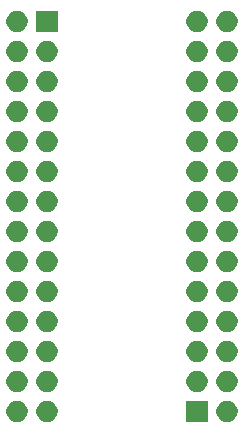
<source format=gbr>
G04 #@! TF.GenerationSoftware,KiCad,Pcbnew,(5.1.5-0-10_14)*
G04 #@! TF.CreationDate,2020-10-09T23:43:10+02:00*
G04 #@! TF.ProjectId,es_twister,65735f74-7769-4737-9465-722e6b696361,rev?*
G04 #@! TF.SameCoordinates,Original*
G04 #@! TF.FileFunction,Soldermask,Top*
G04 #@! TF.FilePolarity,Negative*
%FSLAX46Y46*%
G04 Gerber Fmt 4.6, Leading zero omitted, Abs format (unit mm)*
G04 Created by KiCad (PCBNEW (5.1.5-0-10_14)) date 2020-10-09 23:43:10*
%MOMM*%
%LPD*%
G04 APERTURE LIST*
%ADD10C,0.100000*%
G04 APERTURE END LIST*
D10*
G36*
X152513512Y-103243927D02*
G01*
X152662812Y-103273624D01*
X152826784Y-103341544D01*
X152974354Y-103440147D01*
X153099853Y-103565646D01*
X153198456Y-103713216D01*
X153266376Y-103877188D01*
X153301000Y-104051259D01*
X153301000Y-104228741D01*
X153266376Y-104402812D01*
X153198456Y-104566784D01*
X153099853Y-104714354D01*
X152974354Y-104839853D01*
X152826784Y-104938456D01*
X152662812Y-105006376D01*
X152513512Y-105036073D01*
X152488742Y-105041000D01*
X152311258Y-105041000D01*
X152286488Y-105036073D01*
X152137188Y-105006376D01*
X151973216Y-104938456D01*
X151825646Y-104839853D01*
X151700147Y-104714354D01*
X151601544Y-104566784D01*
X151533624Y-104402812D01*
X151499000Y-104228741D01*
X151499000Y-104051259D01*
X151533624Y-103877188D01*
X151601544Y-103713216D01*
X151700147Y-103565646D01*
X151825646Y-103440147D01*
X151973216Y-103341544D01*
X152137188Y-103273624D01*
X152286488Y-103243927D01*
X152311258Y-103239000D01*
X152488742Y-103239000D01*
X152513512Y-103243927D01*
G37*
G36*
X150761000Y-105041000D02*
G01*
X148959000Y-105041000D01*
X148959000Y-103239000D01*
X150761000Y-103239000D01*
X150761000Y-105041000D01*
G37*
G36*
X137273512Y-103243927D02*
G01*
X137422812Y-103273624D01*
X137586784Y-103341544D01*
X137734354Y-103440147D01*
X137859853Y-103565646D01*
X137958456Y-103713216D01*
X138026376Y-103877188D01*
X138061000Y-104051259D01*
X138061000Y-104228741D01*
X138026376Y-104402812D01*
X137958456Y-104566784D01*
X137859853Y-104714354D01*
X137734354Y-104839853D01*
X137586784Y-104938456D01*
X137422812Y-105006376D01*
X137273512Y-105036073D01*
X137248742Y-105041000D01*
X137071258Y-105041000D01*
X137046488Y-105036073D01*
X136897188Y-105006376D01*
X136733216Y-104938456D01*
X136585646Y-104839853D01*
X136460147Y-104714354D01*
X136361544Y-104566784D01*
X136293624Y-104402812D01*
X136259000Y-104228741D01*
X136259000Y-104051259D01*
X136293624Y-103877188D01*
X136361544Y-103713216D01*
X136460147Y-103565646D01*
X136585646Y-103440147D01*
X136733216Y-103341544D01*
X136897188Y-103273624D01*
X137046488Y-103243927D01*
X137071258Y-103239000D01*
X137248742Y-103239000D01*
X137273512Y-103243927D01*
G37*
G36*
X134733512Y-103243927D02*
G01*
X134882812Y-103273624D01*
X135046784Y-103341544D01*
X135194354Y-103440147D01*
X135319853Y-103565646D01*
X135418456Y-103713216D01*
X135486376Y-103877188D01*
X135521000Y-104051259D01*
X135521000Y-104228741D01*
X135486376Y-104402812D01*
X135418456Y-104566784D01*
X135319853Y-104714354D01*
X135194354Y-104839853D01*
X135046784Y-104938456D01*
X134882812Y-105006376D01*
X134733512Y-105036073D01*
X134708742Y-105041000D01*
X134531258Y-105041000D01*
X134506488Y-105036073D01*
X134357188Y-105006376D01*
X134193216Y-104938456D01*
X134045646Y-104839853D01*
X133920147Y-104714354D01*
X133821544Y-104566784D01*
X133753624Y-104402812D01*
X133719000Y-104228741D01*
X133719000Y-104051259D01*
X133753624Y-103877188D01*
X133821544Y-103713216D01*
X133920147Y-103565646D01*
X134045646Y-103440147D01*
X134193216Y-103341544D01*
X134357188Y-103273624D01*
X134506488Y-103243927D01*
X134531258Y-103239000D01*
X134708742Y-103239000D01*
X134733512Y-103243927D01*
G37*
G36*
X152513512Y-100703927D02*
G01*
X152662812Y-100733624D01*
X152826784Y-100801544D01*
X152974354Y-100900147D01*
X153099853Y-101025646D01*
X153198456Y-101173216D01*
X153266376Y-101337188D01*
X153301000Y-101511259D01*
X153301000Y-101688741D01*
X153266376Y-101862812D01*
X153198456Y-102026784D01*
X153099853Y-102174354D01*
X152974354Y-102299853D01*
X152826784Y-102398456D01*
X152662812Y-102466376D01*
X152513512Y-102496073D01*
X152488742Y-102501000D01*
X152311258Y-102501000D01*
X152286488Y-102496073D01*
X152137188Y-102466376D01*
X151973216Y-102398456D01*
X151825646Y-102299853D01*
X151700147Y-102174354D01*
X151601544Y-102026784D01*
X151533624Y-101862812D01*
X151499000Y-101688741D01*
X151499000Y-101511259D01*
X151533624Y-101337188D01*
X151601544Y-101173216D01*
X151700147Y-101025646D01*
X151825646Y-100900147D01*
X151973216Y-100801544D01*
X152137188Y-100733624D01*
X152286488Y-100703927D01*
X152311258Y-100699000D01*
X152488742Y-100699000D01*
X152513512Y-100703927D01*
G37*
G36*
X134733512Y-100703927D02*
G01*
X134882812Y-100733624D01*
X135046784Y-100801544D01*
X135194354Y-100900147D01*
X135319853Y-101025646D01*
X135418456Y-101173216D01*
X135486376Y-101337188D01*
X135521000Y-101511259D01*
X135521000Y-101688741D01*
X135486376Y-101862812D01*
X135418456Y-102026784D01*
X135319853Y-102174354D01*
X135194354Y-102299853D01*
X135046784Y-102398456D01*
X134882812Y-102466376D01*
X134733512Y-102496073D01*
X134708742Y-102501000D01*
X134531258Y-102501000D01*
X134506488Y-102496073D01*
X134357188Y-102466376D01*
X134193216Y-102398456D01*
X134045646Y-102299853D01*
X133920147Y-102174354D01*
X133821544Y-102026784D01*
X133753624Y-101862812D01*
X133719000Y-101688741D01*
X133719000Y-101511259D01*
X133753624Y-101337188D01*
X133821544Y-101173216D01*
X133920147Y-101025646D01*
X134045646Y-100900147D01*
X134193216Y-100801544D01*
X134357188Y-100733624D01*
X134506488Y-100703927D01*
X134531258Y-100699000D01*
X134708742Y-100699000D01*
X134733512Y-100703927D01*
G37*
G36*
X149973512Y-100703927D02*
G01*
X150122812Y-100733624D01*
X150286784Y-100801544D01*
X150434354Y-100900147D01*
X150559853Y-101025646D01*
X150658456Y-101173216D01*
X150726376Y-101337188D01*
X150761000Y-101511259D01*
X150761000Y-101688741D01*
X150726376Y-101862812D01*
X150658456Y-102026784D01*
X150559853Y-102174354D01*
X150434354Y-102299853D01*
X150286784Y-102398456D01*
X150122812Y-102466376D01*
X149973512Y-102496073D01*
X149948742Y-102501000D01*
X149771258Y-102501000D01*
X149746488Y-102496073D01*
X149597188Y-102466376D01*
X149433216Y-102398456D01*
X149285646Y-102299853D01*
X149160147Y-102174354D01*
X149061544Y-102026784D01*
X148993624Y-101862812D01*
X148959000Y-101688741D01*
X148959000Y-101511259D01*
X148993624Y-101337188D01*
X149061544Y-101173216D01*
X149160147Y-101025646D01*
X149285646Y-100900147D01*
X149433216Y-100801544D01*
X149597188Y-100733624D01*
X149746488Y-100703927D01*
X149771258Y-100699000D01*
X149948742Y-100699000D01*
X149973512Y-100703927D01*
G37*
G36*
X137273512Y-100703927D02*
G01*
X137422812Y-100733624D01*
X137586784Y-100801544D01*
X137734354Y-100900147D01*
X137859853Y-101025646D01*
X137958456Y-101173216D01*
X138026376Y-101337188D01*
X138061000Y-101511259D01*
X138061000Y-101688741D01*
X138026376Y-101862812D01*
X137958456Y-102026784D01*
X137859853Y-102174354D01*
X137734354Y-102299853D01*
X137586784Y-102398456D01*
X137422812Y-102466376D01*
X137273512Y-102496073D01*
X137248742Y-102501000D01*
X137071258Y-102501000D01*
X137046488Y-102496073D01*
X136897188Y-102466376D01*
X136733216Y-102398456D01*
X136585646Y-102299853D01*
X136460147Y-102174354D01*
X136361544Y-102026784D01*
X136293624Y-101862812D01*
X136259000Y-101688741D01*
X136259000Y-101511259D01*
X136293624Y-101337188D01*
X136361544Y-101173216D01*
X136460147Y-101025646D01*
X136585646Y-100900147D01*
X136733216Y-100801544D01*
X136897188Y-100733624D01*
X137046488Y-100703927D01*
X137071258Y-100699000D01*
X137248742Y-100699000D01*
X137273512Y-100703927D01*
G37*
G36*
X152513512Y-98163927D02*
G01*
X152662812Y-98193624D01*
X152826784Y-98261544D01*
X152974354Y-98360147D01*
X153099853Y-98485646D01*
X153198456Y-98633216D01*
X153266376Y-98797188D01*
X153301000Y-98971259D01*
X153301000Y-99148741D01*
X153266376Y-99322812D01*
X153198456Y-99486784D01*
X153099853Y-99634354D01*
X152974354Y-99759853D01*
X152826784Y-99858456D01*
X152662812Y-99926376D01*
X152513512Y-99956073D01*
X152488742Y-99961000D01*
X152311258Y-99961000D01*
X152286488Y-99956073D01*
X152137188Y-99926376D01*
X151973216Y-99858456D01*
X151825646Y-99759853D01*
X151700147Y-99634354D01*
X151601544Y-99486784D01*
X151533624Y-99322812D01*
X151499000Y-99148741D01*
X151499000Y-98971259D01*
X151533624Y-98797188D01*
X151601544Y-98633216D01*
X151700147Y-98485646D01*
X151825646Y-98360147D01*
X151973216Y-98261544D01*
X152137188Y-98193624D01*
X152286488Y-98163927D01*
X152311258Y-98159000D01*
X152488742Y-98159000D01*
X152513512Y-98163927D01*
G37*
G36*
X149973512Y-98163927D02*
G01*
X150122812Y-98193624D01*
X150286784Y-98261544D01*
X150434354Y-98360147D01*
X150559853Y-98485646D01*
X150658456Y-98633216D01*
X150726376Y-98797188D01*
X150761000Y-98971259D01*
X150761000Y-99148741D01*
X150726376Y-99322812D01*
X150658456Y-99486784D01*
X150559853Y-99634354D01*
X150434354Y-99759853D01*
X150286784Y-99858456D01*
X150122812Y-99926376D01*
X149973512Y-99956073D01*
X149948742Y-99961000D01*
X149771258Y-99961000D01*
X149746488Y-99956073D01*
X149597188Y-99926376D01*
X149433216Y-99858456D01*
X149285646Y-99759853D01*
X149160147Y-99634354D01*
X149061544Y-99486784D01*
X148993624Y-99322812D01*
X148959000Y-99148741D01*
X148959000Y-98971259D01*
X148993624Y-98797188D01*
X149061544Y-98633216D01*
X149160147Y-98485646D01*
X149285646Y-98360147D01*
X149433216Y-98261544D01*
X149597188Y-98193624D01*
X149746488Y-98163927D01*
X149771258Y-98159000D01*
X149948742Y-98159000D01*
X149973512Y-98163927D01*
G37*
G36*
X134733512Y-98163927D02*
G01*
X134882812Y-98193624D01*
X135046784Y-98261544D01*
X135194354Y-98360147D01*
X135319853Y-98485646D01*
X135418456Y-98633216D01*
X135486376Y-98797188D01*
X135521000Y-98971259D01*
X135521000Y-99148741D01*
X135486376Y-99322812D01*
X135418456Y-99486784D01*
X135319853Y-99634354D01*
X135194354Y-99759853D01*
X135046784Y-99858456D01*
X134882812Y-99926376D01*
X134733512Y-99956073D01*
X134708742Y-99961000D01*
X134531258Y-99961000D01*
X134506488Y-99956073D01*
X134357188Y-99926376D01*
X134193216Y-99858456D01*
X134045646Y-99759853D01*
X133920147Y-99634354D01*
X133821544Y-99486784D01*
X133753624Y-99322812D01*
X133719000Y-99148741D01*
X133719000Y-98971259D01*
X133753624Y-98797188D01*
X133821544Y-98633216D01*
X133920147Y-98485646D01*
X134045646Y-98360147D01*
X134193216Y-98261544D01*
X134357188Y-98193624D01*
X134506488Y-98163927D01*
X134531258Y-98159000D01*
X134708742Y-98159000D01*
X134733512Y-98163927D01*
G37*
G36*
X137273512Y-98163927D02*
G01*
X137422812Y-98193624D01*
X137586784Y-98261544D01*
X137734354Y-98360147D01*
X137859853Y-98485646D01*
X137958456Y-98633216D01*
X138026376Y-98797188D01*
X138061000Y-98971259D01*
X138061000Y-99148741D01*
X138026376Y-99322812D01*
X137958456Y-99486784D01*
X137859853Y-99634354D01*
X137734354Y-99759853D01*
X137586784Y-99858456D01*
X137422812Y-99926376D01*
X137273512Y-99956073D01*
X137248742Y-99961000D01*
X137071258Y-99961000D01*
X137046488Y-99956073D01*
X136897188Y-99926376D01*
X136733216Y-99858456D01*
X136585646Y-99759853D01*
X136460147Y-99634354D01*
X136361544Y-99486784D01*
X136293624Y-99322812D01*
X136259000Y-99148741D01*
X136259000Y-98971259D01*
X136293624Y-98797188D01*
X136361544Y-98633216D01*
X136460147Y-98485646D01*
X136585646Y-98360147D01*
X136733216Y-98261544D01*
X136897188Y-98193624D01*
X137046488Y-98163927D01*
X137071258Y-98159000D01*
X137248742Y-98159000D01*
X137273512Y-98163927D01*
G37*
G36*
X134733512Y-95623927D02*
G01*
X134882812Y-95653624D01*
X135046784Y-95721544D01*
X135194354Y-95820147D01*
X135319853Y-95945646D01*
X135418456Y-96093216D01*
X135486376Y-96257188D01*
X135521000Y-96431259D01*
X135521000Y-96608741D01*
X135486376Y-96782812D01*
X135418456Y-96946784D01*
X135319853Y-97094354D01*
X135194354Y-97219853D01*
X135046784Y-97318456D01*
X134882812Y-97386376D01*
X134733512Y-97416073D01*
X134708742Y-97421000D01*
X134531258Y-97421000D01*
X134506488Y-97416073D01*
X134357188Y-97386376D01*
X134193216Y-97318456D01*
X134045646Y-97219853D01*
X133920147Y-97094354D01*
X133821544Y-96946784D01*
X133753624Y-96782812D01*
X133719000Y-96608741D01*
X133719000Y-96431259D01*
X133753624Y-96257188D01*
X133821544Y-96093216D01*
X133920147Y-95945646D01*
X134045646Y-95820147D01*
X134193216Y-95721544D01*
X134357188Y-95653624D01*
X134506488Y-95623927D01*
X134531258Y-95619000D01*
X134708742Y-95619000D01*
X134733512Y-95623927D01*
G37*
G36*
X149973512Y-95623927D02*
G01*
X150122812Y-95653624D01*
X150286784Y-95721544D01*
X150434354Y-95820147D01*
X150559853Y-95945646D01*
X150658456Y-96093216D01*
X150726376Y-96257188D01*
X150761000Y-96431259D01*
X150761000Y-96608741D01*
X150726376Y-96782812D01*
X150658456Y-96946784D01*
X150559853Y-97094354D01*
X150434354Y-97219853D01*
X150286784Y-97318456D01*
X150122812Y-97386376D01*
X149973512Y-97416073D01*
X149948742Y-97421000D01*
X149771258Y-97421000D01*
X149746488Y-97416073D01*
X149597188Y-97386376D01*
X149433216Y-97318456D01*
X149285646Y-97219853D01*
X149160147Y-97094354D01*
X149061544Y-96946784D01*
X148993624Y-96782812D01*
X148959000Y-96608741D01*
X148959000Y-96431259D01*
X148993624Y-96257188D01*
X149061544Y-96093216D01*
X149160147Y-95945646D01*
X149285646Y-95820147D01*
X149433216Y-95721544D01*
X149597188Y-95653624D01*
X149746488Y-95623927D01*
X149771258Y-95619000D01*
X149948742Y-95619000D01*
X149973512Y-95623927D01*
G37*
G36*
X152513512Y-95623927D02*
G01*
X152662812Y-95653624D01*
X152826784Y-95721544D01*
X152974354Y-95820147D01*
X153099853Y-95945646D01*
X153198456Y-96093216D01*
X153266376Y-96257188D01*
X153301000Y-96431259D01*
X153301000Y-96608741D01*
X153266376Y-96782812D01*
X153198456Y-96946784D01*
X153099853Y-97094354D01*
X152974354Y-97219853D01*
X152826784Y-97318456D01*
X152662812Y-97386376D01*
X152513512Y-97416073D01*
X152488742Y-97421000D01*
X152311258Y-97421000D01*
X152286488Y-97416073D01*
X152137188Y-97386376D01*
X151973216Y-97318456D01*
X151825646Y-97219853D01*
X151700147Y-97094354D01*
X151601544Y-96946784D01*
X151533624Y-96782812D01*
X151499000Y-96608741D01*
X151499000Y-96431259D01*
X151533624Y-96257188D01*
X151601544Y-96093216D01*
X151700147Y-95945646D01*
X151825646Y-95820147D01*
X151973216Y-95721544D01*
X152137188Y-95653624D01*
X152286488Y-95623927D01*
X152311258Y-95619000D01*
X152488742Y-95619000D01*
X152513512Y-95623927D01*
G37*
G36*
X137273512Y-95623927D02*
G01*
X137422812Y-95653624D01*
X137586784Y-95721544D01*
X137734354Y-95820147D01*
X137859853Y-95945646D01*
X137958456Y-96093216D01*
X138026376Y-96257188D01*
X138061000Y-96431259D01*
X138061000Y-96608741D01*
X138026376Y-96782812D01*
X137958456Y-96946784D01*
X137859853Y-97094354D01*
X137734354Y-97219853D01*
X137586784Y-97318456D01*
X137422812Y-97386376D01*
X137273512Y-97416073D01*
X137248742Y-97421000D01*
X137071258Y-97421000D01*
X137046488Y-97416073D01*
X136897188Y-97386376D01*
X136733216Y-97318456D01*
X136585646Y-97219853D01*
X136460147Y-97094354D01*
X136361544Y-96946784D01*
X136293624Y-96782812D01*
X136259000Y-96608741D01*
X136259000Y-96431259D01*
X136293624Y-96257188D01*
X136361544Y-96093216D01*
X136460147Y-95945646D01*
X136585646Y-95820147D01*
X136733216Y-95721544D01*
X136897188Y-95653624D01*
X137046488Y-95623927D01*
X137071258Y-95619000D01*
X137248742Y-95619000D01*
X137273512Y-95623927D01*
G37*
G36*
X152513512Y-93083927D02*
G01*
X152662812Y-93113624D01*
X152826784Y-93181544D01*
X152974354Y-93280147D01*
X153099853Y-93405646D01*
X153198456Y-93553216D01*
X153266376Y-93717188D01*
X153301000Y-93891259D01*
X153301000Y-94068741D01*
X153266376Y-94242812D01*
X153198456Y-94406784D01*
X153099853Y-94554354D01*
X152974354Y-94679853D01*
X152826784Y-94778456D01*
X152662812Y-94846376D01*
X152513512Y-94876073D01*
X152488742Y-94881000D01*
X152311258Y-94881000D01*
X152286488Y-94876073D01*
X152137188Y-94846376D01*
X151973216Y-94778456D01*
X151825646Y-94679853D01*
X151700147Y-94554354D01*
X151601544Y-94406784D01*
X151533624Y-94242812D01*
X151499000Y-94068741D01*
X151499000Y-93891259D01*
X151533624Y-93717188D01*
X151601544Y-93553216D01*
X151700147Y-93405646D01*
X151825646Y-93280147D01*
X151973216Y-93181544D01*
X152137188Y-93113624D01*
X152286488Y-93083927D01*
X152311258Y-93079000D01*
X152488742Y-93079000D01*
X152513512Y-93083927D01*
G37*
G36*
X149973512Y-93083927D02*
G01*
X150122812Y-93113624D01*
X150286784Y-93181544D01*
X150434354Y-93280147D01*
X150559853Y-93405646D01*
X150658456Y-93553216D01*
X150726376Y-93717188D01*
X150761000Y-93891259D01*
X150761000Y-94068741D01*
X150726376Y-94242812D01*
X150658456Y-94406784D01*
X150559853Y-94554354D01*
X150434354Y-94679853D01*
X150286784Y-94778456D01*
X150122812Y-94846376D01*
X149973512Y-94876073D01*
X149948742Y-94881000D01*
X149771258Y-94881000D01*
X149746488Y-94876073D01*
X149597188Y-94846376D01*
X149433216Y-94778456D01*
X149285646Y-94679853D01*
X149160147Y-94554354D01*
X149061544Y-94406784D01*
X148993624Y-94242812D01*
X148959000Y-94068741D01*
X148959000Y-93891259D01*
X148993624Y-93717188D01*
X149061544Y-93553216D01*
X149160147Y-93405646D01*
X149285646Y-93280147D01*
X149433216Y-93181544D01*
X149597188Y-93113624D01*
X149746488Y-93083927D01*
X149771258Y-93079000D01*
X149948742Y-93079000D01*
X149973512Y-93083927D01*
G37*
G36*
X137273512Y-93083927D02*
G01*
X137422812Y-93113624D01*
X137586784Y-93181544D01*
X137734354Y-93280147D01*
X137859853Y-93405646D01*
X137958456Y-93553216D01*
X138026376Y-93717188D01*
X138061000Y-93891259D01*
X138061000Y-94068741D01*
X138026376Y-94242812D01*
X137958456Y-94406784D01*
X137859853Y-94554354D01*
X137734354Y-94679853D01*
X137586784Y-94778456D01*
X137422812Y-94846376D01*
X137273512Y-94876073D01*
X137248742Y-94881000D01*
X137071258Y-94881000D01*
X137046488Y-94876073D01*
X136897188Y-94846376D01*
X136733216Y-94778456D01*
X136585646Y-94679853D01*
X136460147Y-94554354D01*
X136361544Y-94406784D01*
X136293624Y-94242812D01*
X136259000Y-94068741D01*
X136259000Y-93891259D01*
X136293624Y-93717188D01*
X136361544Y-93553216D01*
X136460147Y-93405646D01*
X136585646Y-93280147D01*
X136733216Y-93181544D01*
X136897188Y-93113624D01*
X137046488Y-93083927D01*
X137071258Y-93079000D01*
X137248742Y-93079000D01*
X137273512Y-93083927D01*
G37*
G36*
X134733512Y-93083927D02*
G01*
X134882812Y-93113624D01*
X135046784Y-93181544D01*
X135194354Y-93280147D01*
X135319853Y-93405646D01*
X135418456Y-93553216D01*
X135486376Y-93717188D01*
X135521000Y-93891259D01*
X135521000Y-94068741D01*
X135486376Y-94242812D01*
X135418456Y-94406784D01*
X135319853Y-94554354D01*
X135194354Y-94679853D01*
X135046784Y-94778456D01*
X134882812Y-94846376D01*
X134733512Y-94876073D01*
X134708742Y-94881000D01*
X134531258Y-94881000D01*
X134506488Y-94876073D01*
X134357188Y-94846376D01*
X134193216Y-94778456D01*
X134045646Y-94679853D01*
X133920147Y-94554354D01*
X133821544Y-94406784D01*
X133753624Y-94242812D01*
X133719000Y-94068741D01*
X133719000Y-93891259D01*
X133753624Y-93717188D01*
X133821544Y-93553216D01*
X133920147Y-93405646D01*
X134045646Y-93280147D01*
X134193216Y-93181544D01*
X134357188Y-93113624D01*
X134506488Y-93083927D01*
X134531258Y-93079000D01*
X134708742Y-93079000D01*
X134733512Y-93083927D01*
G37*
G36*
X134733512Y-90543927D02*
G01*
X134882812Y-90573624D01*
X135046784Y-90641544D01*
X135194354Y-90740147D01*
X135319853Y-90865646D01*
X135418456Y-91013216D01*
X135486376Y-91177188D01*
X135521000Y-91351259D01*
X135521000Y-91528741D01*
X135486376Y-91702812D01*
X135418456Y-91866784D01*
X135319853Y-92014354D01*
X135194354Y-92139853D01*
X135046784Y-92238456D01*
X134882812Y-92306376D01*
X134733512Y-92336073D01*
X134708742Y-92341000D01*
X134531258Y-92341000D01*
X134506488Y-92336073D01*
X134357188Y-92306376D01*
X134193216Y-92238456D01*
X134045646Y-92139853D01*
X133920147Y-92014354D01*
X133821544Y-91866784D01*
X133753624Y-91702812D01*
X133719000Y-91528741D01*
X133719000Y-91351259D01*
X133753624Y-91177188D01*
X133821544Y-91013216D01*
X133920147Y-90865646D01*
X134045646Y-90740147D01*
X134193216Y-90641544D01*
X134357188Y-90573624D01*
X134506488Y-90543927D01*
X134531258Y-90539000D01*
X134708742Y-90539000D01*
X134733512Y-90543927D01*
G37*
G36*
X152513512Y-90543927D02*
G01*
X152662812Y-90573624D01*
X152826784Y-90641544D01*
X152974354Y-90740147D01*
X153099853Y-90865646D01*
X153198456Y-91013216D01*
X153266376Y-91177188D01*
X153301000Y-91351259D01*
X153301000Y-91528741D01*
X153266376Y-91702812D01*
X153198456Y-91866784D01*
X153099853Y-92014354D01*
X152974354Y-92139853D01*
X152826784Y-92238456D01*
X152662812Y-92306376D01*
X152513512Y-92336073D01*
X152488742Y-92341000D01*
X152311258Y-92341000D01*
X152286488Y-92336073D01*
X152137188Y-92306376D01*
X151973216Y-92238456D01*
X151825646Y-92139853D01*
X151700147Y-92014354D01*
X151601544Y-91866784D01*
X151533624Y-91702812D01*
X151499000Y-91528741D01*
X151499000Y-91351259D01*
X151533624Y-91177188D01*
X151601544Y-91013216D01*
X151700147Y-90865646D01*
X151825646Y-90740147D01*
X151973216Y-90641544D01*
X152137188Y-90573624D01*
X152286488Y-90543927D01*
X152311258Y-90539000D01*
X152488742Y-90539000D01*
X152513512Y-90543927D01*
G37*
G36*
X137273512Y-90543927D02*
G01*
X137422812Y-90573624D01*
X137586784Y-90641544D01*
X137734354Y-90740147D01*
X137859853Y-90865646D01*
X137958456Y-91013216D01*
X138026376Y-91177188D01*
X138061000Y-91351259D01*
X138061000Y-91528741D01*
X138026376Y-91702812D01*
X137958456Y-91866784D01*
X137859853Y-92014354D01*
X137734354Y-92139853D01*
X137586784Y-92238456D01*
X137422812Y-92306376D01*
X137273512Y-92336073D01*
X137248742Y-92341000D01*
X137071258Y-92341000D01*
X137046488Y-92336073D01*
X136897188Y-92306376D01*
X136733216Y-92238456D01*
X136585646Y-92139853D01*
X136460147Y-92014354D01*
X136361544Y-91866784D01*
X136293624Y-91702812D01*
X136259000Y-91528741D01*
X136259000Y-91351259D01*
X136293624Y-91177188D01*
X136361544Y-91013216D01*
X136460147Y-90865646D01*
X136585646Y-90740147D01*
X136733216Y-90641544D01*
X136897188Y-90573624D01*
X137046488Y-90543927D01*
X137071258Y-90539000D01*
X137248742Y-90539000D01*
X137273512Y-90543927D01*
G37*
G36*
X149973512Y-90543927D02*
G01*
X150122812Y-90573624D01*
X150286784Y-90641544D01*
X150434354Y-90740147D01*
X150559853Y-90865646D01*
X150658456Y-91013216D01*
X150726376Y-91177188D01*
X150761000Y-91351259D01*
X150761000Y-91528741D01*
X150726376Y-91702812D01*
X150658456Y-91866784D01*
X150559853Y-92014354D01*
X150434354Y-92139853D01*
X150286784Y-92238456D01*
X150122812Y-92306376D01*
X149973512Y-92336073D01*
X149948742Y-92341000D01*
X149771258Y-92341000D01*
X149746488Y-92336073D01*
X149597188Y-92306376D01*
X149433216Y-92238456D01*
X149285646Y-92139853D01*
X149160147Y-92014354D01*
X149061544Y-91866784D01*
X148993624Y-91702812D01*
X148959000Y-91528741D01*
X148959000Y-91351259D01*
X148993624Y-91177188D01*
X149061544Y-91013216D01*
X149160147Y-90865646D01*
X149285646Y-90740147D01*
X149433216Y-90641544D01*
X149597188Y-90573624D01*
X149746488Y-90543927D01*
X149771258Y-90539000D01*
X149948742Y-90539000D01*
X149973512Y-90543927D01*
G37*
G36*
X152513512Y-88003927D02*
G01*
X152662812Y-88033624D01*
X152826784Y-88101544D01*
X152974354Y-88200147D01*
X153099853Y-88325646D01*
X153198456Y-88473216D01*
X153266376Y-88637188D01*
X153301000Y-88811259D01*
X153301000Y-88988741D01*
X153266376Y-89162812D01*
X153198456Y-89326784D01*
X153099853Y-89474354D01*
X152974354Y-89599853D01*
X152826784Y-89698456D01*
X152662812Y-89766376D01*
X152513512Y-89796073D01*
X152488742Y-89801000D01*
X152311258Y-89801000D01*
X152286488Y-89796073D01*
X152137188Y-89766376D01*
X151973216Y-89698456D01*
X151825646Y-89599853D01*
X151700147Y-89474354D01*
X151601544Y-89326784D01*
X151533624Y-89162812D01*
X151499000Y-88988741D01*
X151499000Y-88811259D01*
X151533624Y-88637188D01*
X151601544Y-88473216D01*
X151700147Y-88325646D01*
X151825646Y-88200147D01*
X151973216Y-88101544D01*
X152137188Y-88033624D01*
X152286488Y-88003927D01*
X152311258Y-87999000D01*
X152488742Y-87999000D01*
X152513512Y-88003927D01*
G37*
G36*
X149973512Y-88003927D02*
G01*
X150122812Y-88033624D01*
X150286784Y-88101544D01*
X150434354Y-88200147D01*
X150559853Y-88325646D01*
X150658456Y-88473216D01*
X150726376Y-88637188D01*
X150761000Y-88811259D01*
X150761000Y-88988741D01*
X150726376Y-89162812D01*
X150658456Y-89326784D01*
X150559853Y-89474354D01*
X150434354Y-89599853D01*
X150286784Y-89698456D01*
X150122812Y-89766376D01*
X149973512Y-89796073D01*
X149948742Y-89801000D01*
X149771258Y-89801000D01*
X149746488Y-89796073D01*
X149597188Y-89766376D01*
X149433216Y-89698456D01*
X149285646Y-89599853D01*
X149160147Y-89474354D01*
X149061544Y-89326784D01*
X148993624Y-89162812D01*
X148959000Y-88988741D01*
X148959000Y-88811259D01*
X148993624Y-88637188D01*
X149061544Y-88473216D01*
X149160147Y-88325646D01*
X149285646Y-88200147D01*
X149433216Y-88101544D01*
X149597188Y-88033624D01*
X149746488Y-88003927D01*
X149771258Y-87999000D01*
X149948742Y-87999000D01*
X149973512Y-88003927D01*
G37*
G36*
X137273512Y-88003927D02*
G01*
X137422812Y-88033624D01*
X137586784Y-88101544D01*
X137734354Y-88200147D01*
X137859853Y-88325646D01*
X137958456Y-88473216D01*
X138026376Y-88637188D01*
X138061000Y-88811259D01*
X138061000Y-88988741D01*
X138026376Y-89162812D01*
X137958456Y-89326784D01*
X137859853Y-89474354D01*
X137734354Y-89599853D01*
X137586784Y-89698456D01*
X137422812Y-89766376D01*
X137273512Y-89796073D01*
X137248742Y-89801000D01*
X137071258Y-89801000D01*
X137046488Y-89796073D01*
X136897188Y-89766376D01*
X136733216Y-89698456D01*
X136585646Y-89599853D01*
X136460147Y-89474354D01*
X136361544Y-89326784D01*
X136293624Y-89162812D01*
X136259000Y-88988741D01*
X136259000Y-88811259D01*
X136293624Y-88637188D01*
X136361544Y-88473216D01*
X136460147Y-88325646D01*
X136585646Y-88200147D01*
X136733216Y-88101544D01*
X136897188Y-88033624D01*
X137046488Y-88003927D01*
X137071258Y-87999000D01*
X137248742Y-87999000D01*
X137273512Y-88003927D01*
G37*
G36*
X134733512Y-88003927D02*
G01*
X134882812Y-88033624D01*
X135046784Y-88101544D01*
X135194354Y-88200147D01*
X135319853Y-88325646D01*
X135418456Y-88473216D01*
X135486376Y-88637188D01*
X135521000Y-88811259D01*
X135521000Y-88988741D01*
X135486376Y-89162812D01*
X135418456Y-89326784D01*
X135319853Y-89474354D01*
X135194354Y-89599853D01*
X135046784Y-89698456D01*
X134882812Y-89766376D01*
X134733512Y-89796073D01*
X134708742Y-89801000D01*
X134531258Y-89801000D01*
X134506488Y-89796073D01*
X134357188Y-89766376D01*
X134193216Y-89698456D01*
X134045646Y-89599853D01*
X133920147Y-89474354D01*
X133821544Y-89326784D01*
X133753624Y-89162812D01*
X133719000Y-88988741D01*
X133719000Y-88811259D01*
X133753624Y-88637188D01*
X133821544Y-88473216D01*
X133920147Y-88325646D01*
X134045646Y-88200147D01*
X134193216Y-88101544D01*
X134357188Y-88033624D01*
X134506488Y-88003927D01*
X134531258Y-87999000D01*
X134708742Y-87999000D01*
X134733512Y-88003927D01*
G37*
G36*
X149973512Y-85463927D02*
G01*
X150122812Y-85493624D01*
X150286784Y-85561544D01*
X150434354Y-85660147D01*
X150559853Y-85785646D01*
X150658456Y-85933216D01*
X150726376Y-86097188D01*
X150761000Y-86271259D01*
X150761000Y-86448741D01*
X150726376Y-86622812D01*
X150658456Y-86786784D01*
X150559853Y-86934354D01*
X150434354Y-87059853D01*
X150286784Y-87158456D01*
X150122812Y-87226376D01*
X149973512Y-87256073D01*
X149948742Y-87261000D01*
X149771258Y-87261000D01*
X149746488Y-87256073D01*
X149597188Y-87226376D01*
X149433216Y-87158456D01*
X149285646Y-87059853D01*
X149160147Y-86934354D01*
X149061544Y-86786784D01*
X148993624Y-86622812D01*
X148959000Y-86448741D01*
X148959000Y-86271259D01*
X148993624Y-86097188D01*
X149061544Y-85933216D01*
X149160147Y-85785646D01*
X149285646Y-85660147D01*
X149433216Y-85561544D01*
X149597188Y-85493624D01*
X149746488Y-85463927D01*
X149771258Y-85459000D01*
X149948742Y-85459000D01*
X149973512Y-85463927D01*
G37*
G36*
X137273512Y-85463927D02*
G01*
X137422812Y-85493624D01*
X137586784Y-85561544D01*
X137734354Y-85660147D01*
X137859853Y-85785646D01*
X137958456Y-85933216D01*
X138026376Y-86097188D01*
X138061000Y-86271259D01*
X138061000Y-86448741D01*
X138026376Y-86622812D01*
X137958456Y-86786784D01*
X137859853Y-86934354D01*
X137734354Y-87059853D01*
X137586784Y-87158456D01*
X137422812Y-87226376D01*
X137273512Y-87256073D01*
X137248742Y-87261000D01*
X137071258Y-87261000D01*
X137046488Y-87256073D01*
X136897188Y-87226376D01*
X136733216Y-87158456D01*
X136585646Y-87059853D01*
X136460147Y-86934354D01*
X136361544Y-86786784D01*
X136293624Y-86622812D01*
X136259000Y-86448741D01*
X136259000Y-86271259D01*
X136293624Y-86097188D01*
X136361544Y-85933216D01*
X136460147Y-85785646D01*
X136585646Y-85660147D01*
X136733216Y-85561544D01*
X136897188Y-85493624D01*
X137046488Y-85463927D01*
X137071258Y-85459000D01*
X137248742Y-85459000D01*
X137273512Y-85463927D01*
G37*
G36*
X134733512Y-85463927D02*
G01*
X134882812Y-85493624D01*
X135046784Y-85561544D01*
X135194354Y-85660147D01*
X135319853Y-85785646D01*
X135418456Y-85933216D01*
X135486376Y-86097188D01*
X135521000Y-86271259D01*
X135521000Y-86448741D01*
X135486376Y-86622812D01*
X135418456Y-86786784D01*
X135319853Y-86934354D01*
X135194354Y-87059853D01*
X135046784Y-87158456D01*
X134882812Y-87226376D01*
X134733512Y-87256073D01*
X134708742Y-87261000D01*
X134531258Y-87261000D01*
X134506488Y-87256073D01*
X134357188Y-87226376D01*
X134193216Y-87158456D01*
X134045646Y-87059853D01*
X133920147Y-86934354D01*
X133821544Y-86786784D01*
X133753624Y-86622812D01*
X133719000Y-86448741D01*
X133719000Y-86271259D01*
X133753624Y-86097188D01*
X133821544Y-85933216D01*
X133920147Y-85785646D01*
X134045646Y-85660147D01*
X134193216Y-85561544D01*
X134357188Y-85493624D01*
X134506488Y-85463927D01*
X134531258Y-85459000D01*
X134708742Y-85459000D01*
X134733512Y-85463927D01*
G37*
G36*
X152513512Y-85463927D02*
G01*
X152662812Y-85493624D01*
X152826784Y-85561544D01*
X152974354Y-85660147D01*
X153099853Y-85785646D01*
X153198456Y-85933216D01*
X153266376Y-86097188D01*
X153301000Y-86271259D01*
X153301000Y-86448741D01*
X153266376Y-86622812D01*
X153198456Y-86786784D01*
X153099853Y-86934354D01*
X152974354Y-87059853D01*
X152826784Y-87158456D01*
X152662812Y-87226376D01*
X152513512Y-87256073D01*
X152488742Y-87261000D01*
X152311258Y-87261000D01*
X152286488Y-87256073D01*
X152137188Y-87226376D01*
X151973216Y-87158456D01*
X151825646Y-87059853D01*
X151700147Y-86934354D01*
X151601544Y-86786784D01*
X151533624Y-86622812D01*
X151499000Y-86448741D01*
X151499000Y-86271259D01*
X151533624Y-86097188D01*
X151601544Y-85933216D01*
X151700147Y-85785646D01*
X151825646Y-85660147D01*
X151973216Y-85561544D01*
X152137188Y-85493624D01*
X152286488Y-85463927D01*
X152311258Y-85459000D01*
X152488742Y-85459000D01*
X152513512Y-85463927D01*
G37*
G36*
X152513512Y-82923927D02*
G01*
X152662812Y-82953624D01*
X152826784Y-83021544D01*
X152974354Y-83120147D01*
X153099853Y-83245646D01*
X153198456Y-83393216D01*
X153266376Y-83557188D01*
X153301000Y-83731259D01*
X153301000Y-83908741D01*
X153266376Y-84082812D01*
X153198456Y-84246784D01*
X153099853Y-84394354D01*
X152974354Y-84519853D01*
X152826784Y-84618456D01*
X152662812Y-84686376D01*
X152513512Y-84716073D01*
X152488742Y-84721000D01*
X152311258Y-84721000D01*
X152286488Y-84716073D01*
X152137188Y-84686376D01*
X151973216Y-84618456D01*
X151825646Y-84519853D01*
X151700147Y-84394354D01*
X151601544Y-84246784D01*
X151533624Y-84082812D01*
X151499000Y-83908741D01*
X151499000Y-83731259D01*
X151533624Y-83557188D01*
X151601544Y-83393216D01*
X151700147Y-83245646D01*
X151825646Y-83120147D01*
X151973216Y-83021544D01*
X152137188Y-82953624D01*
X152286488Y-82923927D01*
X152311258Y-82919000D01*
X152488742Y-82919000D01*
X152513512Y-82923927D01*
G37*
G36*
X149973512Y-82923927D02*
G01*
X150122812Y-82953624D01*
X150286784Y-83021544D01*
X150434354Y-83120147D01*
X150559853Y-83245646D01*
X150658456Y-83393216D01*
X150726376Y-83557188D01*
X150761000Y-83731259D01*
X150761000Y-83908741D01*
X150726376Y-84082812D01*
X150658456Y-84246784D01*
X150559853Y-84394354D01*
X150434354Y-84519853D01*
X150286784Y-84618456D01*
X150122812Y-84686376D01*
X149973512Y-84716073D01*
X149948742Y-84721000D01*
X149771258Y-84721000D01*
X149746488Y-84716073D01*
X149597188Y-84686376D01*
X149433216Y-84618456D01*
X149285646Y-84519853D01*
X149160147Y-84394354D01*
X149061544Y-84246784D01*
X148993624Y-84082812D01*
X148959000Y-83908741D01*
X148959000Y-83731259D01*
X148993624Y-83557188D01*
X149061544Y-83393216D01*
X149160147Y-83245646D01*
X149285646Y-83120147D01*
X149433216Y-83021544D01*
X149597188Y-82953624D01*
X149746488Y-82923927D01*
X149771258Y-82919000D01*
X149948742Y-82919000D01*
X149973512Y-82923927D01*
G37*
G36*
X137273512Y-82923927D02*
G01*
X137422812Y-82953624D01*
X137586784Y-83021544D01*
X137734354Y-83120147D01*
X137859853Y-83245646D01*
X137958456Y-83393216D01*
X138026376Y-83557188D01*
X138061000Y-83731259D01*
X138061000Y-83908741D01*
X138026376Y-84082812D01*
X137958456Y-84246784D01*
X137859853Y-84394354D01*
X137734354Y-84519853D01*
X137586784Y-84618456D01*
X137422812Y-84686376D01*
X137273512Y-84716073D01*
X137248742Y-84721000D01*
X137071258Y-84721000D01*
X137046488Y-84716073D01*
X136897188Y-84686376D01*
X136733216Y-84618456D01*
X136585646Y-84519853D01*
X136460147Y-84394354D01*
X136361544Y-84246784D01*
X136293624Y-84082812D01*
X136259000Y-83908741D01*
X136259000Y-83731259D01*
X136293624Y-83557188D01*
X136361544Y-83393216D01*
X136460147Y-83245646D01*
X136585646Y-83120147D01*
X136733216Y-83021544D01*
X136897188Y-82953624D01*
X137046488Y-82923927D01*
X137071258Y-82919000D01*
X137248742Y-82919000D01*
X137273512Y-82923927D01*
G37*
G36*
X134733512Y-82923927D02*
G01*
X134882812Y-82953624D01*
X135046784Y-83021544D01*
X135194354Y-83120147D01*
X135319853Y-83245646D01*
X135418456Y-83393216D01*
X135486376Y-83557188D01*
X135521000Y-83731259D01*
X135521000Y-83908741D01*
X135486376Y-84082812D01*
X135418456Y-84246784D01*
X135319853Y-84394354D01*
X135194354Y-84519853D01*
X135046784Y-84618456D01*
X134882812Y-84686376D01*
X134733512Y-84716073D01*
X134708742Y-84721000D01*
X134531258Y-84721000D01*
X134506488Y-84716073D01*
X134357188Y-84686376D01*
X134193216Y-84618456D01*
X134045646Y-84519853D01*
X133920147Y-84394354D01*
X133821544Y-84246784D01*
X133753624Y-84082812D01*
X133719000Y-83908741D01*
X133719000Y-83731259D01*
X133753624Y-83557188D01*
X133821544Y-83393216D01*
X133920147Y-83245646D01*
X134045646Y-83120147D01*
X134193216Y-83021544D01*
X134357188Y-82953624D01*
X134506488Y-82923927D01*
X134531258Y-82919000D01*
X134708742Y-82919000D01*
X134733512Y-82923927D01*
G37*
G36*
X152513512Y-80383927D02*
G01*
X152662812Y-80413624D01*
X152826784Y-80481544D01*
X152974354Y-80580147D01*
X153099853Y-80705646D01*
X153198456Y-80853216D01*
X153266376Y-81017188D01*
X153301000Y-81191259D01*
X153301000Y-81368741D01*
X153266376Y-81542812D01*
X153198456Y-81706784D01*
X153099853Y-81854354D01*
X152974354Y-81979853D01*
X152826784Y-82078456D01*
X152662812Y-82146376D01*
X152513512Y-82176073D01*
X152488742Y-82181000D01*
X152311258Y-82181000D01*
X152286488Y-82176073D01*
X152137188Y-82146376D01*
X151973216Y-82078456D01*
X151825646Y-81979853D01*
X151700147Y-81854354D01*
X151601544Y-81706784D01*
X151533624Y-81542812D01*
X151499000Y-81368741D01*
X151499000Y-81191259D01*
X151533624Y-81017188D01*
X151601544Y-80853216D01*
X151700147Y-80705646D01*
X151825646Y-80580147D01*
X151973216Y-80481544D01*
X152137188Y-80413624D01*
X152286488Y-80383927D01*
X152311258Y-80379000D01*
X152488742Y-80379000D01*
X152513512Y-80383927D01*
G37*
G36*
X149973512Y-80383927D02*
G01*
X150122812Y-80413624D01*
X150286784Y-80481544D01*
X150434354Y-80580147D01*
X150559853Y-80705646D01*
X150658456Y-80853216D01*
X150726376Y-81017188D01*
X150761000Y-81191259D01*
X150761000Y-81368741D01*
X150726376Y-81542812D01*
X150658456Y-81706784D01*
X150559853Y-81854354D01*
X150434354Y-81979853D01*
X150286784Y-82078456D01*
X150122812Y-82146376D01*
X149973512Y-82176073D01*
X149948742Y-82181000D01*
X149771258Y-82181000D01*
X149746488Y-82176073D01*
X149597188Y-82146376D01*
X149433216Y-82078456D01*
X149285646Y-81979853D01*
X149160147Y-81854354D01*
X149061544Y-81706784D01*
X148993624Y-81542812D01*
X148959000Y-81368741D01*
X148959000Y-81191259D01*
X148993624Y-81017188D01*
X149061544Y-80853216D01*
X149160147Y-80705646D01*
X149285646Y-80580147D01*
X149433216Y-80481544D01*
X149597188Y-80413624D01*
X149746488Y-80383927D01*
X149771258Y-80379000D01*
X149948742Y-80379000D01*
X149973512Y-80383927D01*
G37*
G36*
X137273512Y-80383927D02*
G01*
X137422812Y-80413624D01*
X137586784Y-80481544D01*
X137734354Y-80580147D01*
X137859853Y-80705646D01*
X137958456Y-80853216D01*
X138026376Y-81017188D01*
X138061000Y-81191259D01*
X138061000Y-81368741D01*
X138026376Y-81542812D01*
X137958456Y-81706784D01*
X137859853Y-81854354D01*
X137734354Y-81979853D01*
X137586784Y-82078456D01*
X137422812Y-82146376D01*
X137273512Y-82176073D01*
X137248742Y-82181000D01*
X137071258Y-82181000D01*
X137046488Y-82176073D01*
X136897188Y-82146376D01*
X136733216Y-82078456D01*
X136585646Y-81979853D01*
X136460147Y-81854354D01*
X136361544Y-81706784D01*
X136293624Y-81542812D01*
X136259000Y-81368741D01*
X136259000Y-81191259D01*
X136293624Y-81017188D01*
X136361544Y-80853216D01*
X136460147Y-80705646D01*
X136585646Y-80580147D01*
X136733216Y-80481544D01*
X136897188Y-80413624D01*
X137046488Y-80383927D01*
X137071258Y-80379000D01*
X137248742Y-80379000D01*
X137273512Y-80383927D01*
G37*
G36*
X134733512Y-80383927D02*
G01*
X134882812Y-80413624D01*
X135046784Y-80481544D01*
X135194354Y-80580147D01*
X135319853Y-80705646D01*
X135418456Y-80853216D01*
X135486376Y-81017188D01*
X135521000Y-81191259D01*
X135521000Y-81368741D01*
X135486376Y-81542812D01*
X135418456Y-81706784D01*
X135319853Y-81854354D01*
X135194354Y-81979853D01*
X135046784Y-82078456D01*
X134882812Y-82146376D01*
X134733512Y-82176073D01*
X134708742Y-82181000D01*
X134531258Y-82181000D01*
X134506488Y-82176073D01*
X134357188Y-82146376D01*
X134193216Y-82078456D01*
X134045646Y-81979853D01*
X133920147Y-81854354D01*
X133821544Y-81706784D01*
X133753624Y-81542812D01*
X133719000Y-81368741D01*
X133719000Y-81191259D01*
X133753624Y-81017188D01*
X133821544Y-80853216D01*
X133920147Y-80705646D01*
X134045646Y-80580147D01*
X134193216Y-80481544D01*
X134357188Y-80413624D01*
X134506488Y-80383927D01*
X134531258Y-80379000D01*
X134708742Y-80379000D01*
X134733512Y-80383927D01*
G37*
G36*
X134733512Y-77843927D02*
G01*
X134882812Y-77873624D01*
X135046784Y-77941544D01*
X135194354Y-78040147D01*
X135319853Y-78165646D01*
X135418456Y-78313216D01*
X135486376Y-78477188D01*
X135521000Y-78651259D01*
X135521000Y-78828741D01*
X135486376Y-79002812D01*
X135418456Y-79166784D01*
X135319853Y-79314354D01*
X135194354Y-79439853D01*
X135046784Y-79538456D01*
X134882812Y-79606376D01*
X134733512Y-79636073D01*
X134708742Y-79641000D01*
X134531258Y-79641000D01*
X134506488Y-79636073D01*
X134357188Y-79606376D01*
X134193216Y-79538456D01*
X134045646Y-79439853D01*
X133920147Y-79314354D01*
X133821544Y-79166784D01*
X133753624Y-79002812D01*
X133719000Y-78828741D01*
X133719000Y-78651259D01*
X133753624Y-78477188D01*
X133821544Y-78313216D01*
X133920147Y-78165646D01*
X134045646Y-78040147D01*
X134193216Y-77941544D01*
X134357188Y-77873624D01*
X134506488Y-77843927D01*
X134531258Y-77839000D01*
X134708742Y-77839000D01*
X134733512Y-77843927D01*
G37*
G36*
X152513512Y-77843927D02*
G01*
X152662812Y-77873624D01*
X152826784Y-77941544D01*
X152974354Y-78040147D01*
X153099853Y-78165646D01*
X153198456Y-78313216D01*
X153266376Y-78477188D01*
X153301000Y-78651259D01*
X153301000Y-78828741D01*
X153266376Y-79002812D01*
X153198456Y-79166784D01*
X153099853Y-79314354D01*
X152974354Y-79439853D01*
X152826784Y-79538456D01*
X152662812Y-79606376D01*
X152513512Y-79636073D01*
X152488742Y-79641000D01*
X152311258Y-79641000D01*
X152286488Y-79636073D01*
X152137188Y-79606376D01*
X151973216Y-79538456D01*
X151825646Y-79439853D01*
X151700147Y-79314354D01*
X151601544Y-79166784D01*
X151533624Y-79002812D01*
X151499000Y-78828741D01*
X151499000Y-78651259D01*
X151533624Y-78477188D01*
X151601544Y-78313216D01*
X151700147Y-78165646D01*
X151825646Y-78040147D01*
X151973216Y-77941544D01*
X152137188Y-77873624D01*
X152286488Y-77843927D01*
X152311258Y-77839000D01*
X152488742Y-77839000D01*
X152513512Y-77843927D01*
G37*
G36*
X137273512Y-77843927D02*
G01*
X137422812Y-77873624D01*
X137586784Y-77941544D01*
X137734354Y-78040147D01*
X137859853Y-78165646D01*
X137958456Y-78313216D01*
X138026376Y-78477188D01*
X138061000Y-78651259D01*
X138061000Y-78828741D01*
X138026376Y-79002812D01*
X137958456Y-79166784D01*
X137859853Y-79314354D01*
X137734354Y-79439853D01*
X137586784Y-79538456D01*
X137422812Y-79606376D01*
X137273512Y-79636073D01*
X137248742Y-79641000D01*
X137071258Y-79641000D01*
X137046488Y-79636073D01*
X136897188Y-79606376D01*
X136733216Y-79538456D01*
X136585646Y-79439853D01*
X136460147Y-79314354D01*
X136361544Y-79166784D01*
X136293624Y-79002812D01*
X136259000Y-78828741D01*
X136259000Y-78651259D01*
X136293624Y-78477188D01*
X136361544Y-78313216D01*
X136460147Y-78165646D01*
X136585646Y-78040147D01*
X136733216Y-77941544D01*
X136897188Y-77873624D01*
X137046488Y-77843927D01*
X137071258Y-77839000D01*
X137248742Y-77839000D01*
X137273512Y-77843927D01*
G37*
G36*
X149973512Y-77843927D02*
G01*
X150122812Y-77873624D01*
X150286784Y-77941544D01*
X150434354Y-78040147D01*
X150559853Y-78165646D01*
X150658456Y-78313216D01*
X150726376Y-78477188D01*
X150761000Y-78651259D01*
X150761000Y-78828741D01*
X150726376Y-79002812D01*
X150658456Y-79166784D01*
X150559853Y-79314354D01*
X150434354Y-79439853D01*
X150286784Y-79538456D01*
X150122812Y-79606376D01*
X149973512Y-79636073D01*
X149948742Y-79641000D01*
X149771258Y-79641000D01*
X149746488Y-79636073D01*
X149597188Y-79606376D01*
X149433216Y-79538456D01*
X149285646Y-79439853D01*
X149160147Y-79314354D01*
X149061544Y-79166784D01*
X148993624Y-79002812D01*
X148959000Y-78828741D01*
X148959000Y-78651259D01*
X148993624Y-78477188D01*
X149061544Y-78313216D01*
X149160147Y-78165646D01*
X149285646Y-78040147D01*
X149433216Y-77941544D01*
X149597188Y-77873624D01*
X149746488Y-77843927D01*
X149771258Y-77839000D01*
X149948742Y-77839000D01*
X149973512Y-77843927D01*
G37*
G36*
X137273512Y-75303927D02*
G01*
X137422812Y-75333624D01*
X137586784Y-75401544D01*
X137734354Y-75500147D01*
X137859853Y-75625646D01*
X137958456Y-75773216D01*
X138026376Y-75937188D01*
X138061000Y-76111259D01*
X138061000Y-76288741D01*
X138026376Y-76462812D01*
X137958456Y-76626784D01*
X137859853Y-76774354D01*
X137734354Y-76899853D01*
X137586784Y-76998456D01*
X137422812Y-77066376D01*
X137273512Y-77096073D01*
X137248742Y-77101000D01*
X137071258Y-77101000D01*
X137046488Y-77096073D01*
X136897188Y-77066376D01*
X136733216Y-76998456D01*
X136585646Y-76899853D01*
X136460147Y-76774354D01*
X136361544Y-76626784D01*
X136293624Y-76462812D01*
X136259000Y-76288741D01*
X136259000Y-76111259D01*
X136293624Y-75937188D01*
X136361544Y-75773216D01*
X136460147Y-75625646D01*
X136585646Y-75500147D01*
X136733216Y-75401544D01*
X136897188Y-75333624D01*
X137046488Y-75303927D01*
X137071258Y-75299000D01*
X137248742Y-75299000D01*
X137273512Y-75303927D01*
G37*
G36*
X152513512Y-75303927D02*
G01*
X152662812Y-75333624D01*
X152826784Y-75401544D01*
X152974354Y-75500147D01*
X153099853Y-75625646D01*
X153198456Y-75773216D01*
X153266376Y-75937188D01*
X153301000Y-76111259D01*
X153301000Y-76288741D01*
X153266376Y-76462812D01*
X153198456Y-76626784D01*
X153099853Y-76774354D01*
X152974354Y-76899853D01*
X152826784Y-76998456D01*
X152662812Y-77066376D01*
X152513512Y-77096073D01*
X152488742Y-77101000D01*
X152311258Y-77101000D01*
X152286488Y-77096073D01*
X152137188Y-77066376D01*
X151973216Y-76998456D01*
X151825646Y-76899853D01*
X151700147Y-76774354D01*
X151601544Y-76626784D01*
X151533624Y-76462812D01*
X151499000Y-76288741D01*
X151499000Y-76111259D01*
X151533624Y-75937188D01*
X151601544Y-75773216D01*
X151700147Y-75625646D01*
X151825646Y-75500147D01*
X151973216Y-75401544D01*
X152137188Y-75333624D01*
X152286488Y-75303927D01*
X152311258Y-75299000D01*
X152488742Y-75299000D01*
X152513512Y-75303927D01*
G37*
G36*
X134733512Y-75303927D02*
G01*
X134882812Y-75333624D01*
X135046784Y-75401544D01*
X135194354Y-75500147D01*
X135319853Y-75625646D01*
X135418456Y-75773216D01*
X135486376Y-75937188D01*
X135521000Y-76111259D01*
X135521000Y-76288741D01*
X135486376Y-76462812D01*
X135418456Y-76626784D01*
X135319853Y-76774354D01*
X135194354Y-76899853D01*
X135046784Y-76998456D01*
X134882812Y-77066376D01*
X134733512Y-77096073D01*
X134708742Y-77101000D01*
X134531258Y-77101000D01*
X134506488Y-77096073D01*
X134357188Y-77066376D01*
X134193216Y-76998456D01*
X134045646Y-76899853D01*
X133920147Y-76774354D01*
X133821544Y-76626784D01*
X133753624Y-76462812D01*
X133719000Y-76288741D01*
X133719000Y-76111259D01*
X133753624Y-75937188D01*
X133821544Y-75773216D01*
X133920147Y-75625646D01*
X134045646Y-75500147D01*
X134193216Y-75401544D01*
X134357188Y-75333624D01*
X134506488Y-75303927D01*
X134531258Y-75299000D01*
X134708742Y-75299000D01*
X134733512Y-75303927D01*
G37*
G36*
X149973512Y-75303927D02*
G01*
X150122812Y-75333624D01*
X150286784Y-75401544D01*
X150434354Y-75500147D01*
X150559853Y-75625646D01*
X150658456Y-75773216D01*
X150726376Y-75937188D01*
X150761000Y-76111259D01*
X150761000Y-76288741D01*
X150726376Y-76462812D01*
X150658456Y-76626784D01*
X150559853Y-76774354D01*
X150434354Y-76899853D01*
X150286784Y-76998456D01*
X150122812Y-77066376D01*
X149973512Y-77096073D01*
X149948742Y-77101000D01*
X149771258Y-77101000D01*
X149746488Y-77096073D01*
X149597188Y-77066376D01*
X149433216Y-76998456D01*
X149285646Y-76899853D01*
X149160147Y-76774354D01*
X149061544Y-76626784D01*
X148993624Y-76462812D01*
X148959000Y-76288741D01*
X148959000Y-76111259D01*
X148993624Y-75937188D01*
X149061544Y-75773216D01*
X149160147Y-75625646D01*
X149285646Y-75500147D01*
X149433216Y-75401544D01*
X149597188Y-75333624D01*
X149746488Y-75303927D01*
X149771258Y-75299000D01*
X149948742Y-75299000D01*
X149973512Y-75303927D01*
G37*
G36*
X137273512Y-72763927D02*
G01*
X137422812Y-72793624D01*
X137586784Y-72861544D01*
X137734354Y-72960147D01*
X137859853Y-73085646D01*
X137958456Y-73233216D01*
X138026376Y-73397188D01*
X138061000Y-73571259D01*
X138061000Y-73748741D01*
X138026376Y-73922812D01*
X137958456Y-74086784D01*
X137859853Y-74234354D01*
X137734354Y-74359853D01*
X137586784Y-74458456D01*
X137422812Y-74526376D01*
X137273512Y-74556073D01*
X137248742Y-74561000D01*
X137071258Y-74561000D01*
X137046488Y-74556073D01*
X136897188Y-74526376D01*
X136733216Y-74458456D01*
X136585646Y-74359853D01*
X136460147Y-74234354D01*
X136361544Y-74086784D01*
X136293624Y-73922812D01*
X136259000Y-73748741D01*
X136259000Y-73571259D01*
X136293624Y-73397188D01*
X136361544Y-73233216D01*
X136460147Y-73085646D01*
X136585646Y-72960147D01*
X136733216Y-72861544D01*
X136897188Y-72793624D01*
X137046488Y-72763927D01*
X137071258Y-72759000D01*
X137248742Y-72759000D01*
X137273512Y-72763927D01*
G37*
G36*
X134733512Y-72763927D02*
G01*
X134882812Y-72793624D01*
X135046784Y-72861544D01*
X135194354Y-72960147D01*
X135319853Y-73085646D01*
X135418456Y-73233216D01*
X135486376Y-73397188D01*
X135521000Y-73571259D01*
X135521000Y-73748741D01*
X135486376Y-73922812D01*
X135418456Y-74086784D01*
X135319853Y-74234354D01*
X135194354Y-74359853D01*
X135046784Y-74458456D01*
X134882812Y-74526376D01*
X134733512Y-74556073D01*
X134708742Y-74561000D01*
X134531258Y-74561000D01*
X134506488Y-74556073D01*
X134357188Y-74526376D01*
X134193216Y-74458456D01*
X134045646Y-74359853D01*
X133920147Y-74234354D01*
X133821544Y-74086784D01*
X133753624Y-73922812D01*
X133719000Y-73748741D01*
X133719000Y-73571259D01*
X133753624Y-73397188D01*
X133821544Y-73233216D01*
X133920147Y-73085646D01*
X134045646Y-72960147D01*
X134193216Y-72861544D01*
X134357188Y-72793624D01*
X134506488Y-72763927D01*
X134531258Y-72759000D01*
X134708742Y-72759000D01*
X134733512Y-72763927D01*
G37*
G36*
X152513512Y-72763927D02*
G01*
X152662812Y-72793624D01*
X152826784Y-72861544D01*
X152974354Y-72960147D01*
X153099853Y-73085646D01*
X153198456Y-73233216D01*
X153266376Y-73397188D01*
X153301000Y-73571259D01*
X153301000Y-73748741D01*
X153266376Y-73922812D01*
X153198456Y-74086784D01*
X153099853Y-74234354D01*
X152974354Y-74359853D01*
X152826784Y-74458456D01*
X152662812Y-74526376D01*
X152513512Y-74556073D01*
X152488742Y-74561000D01*
X152311258Y-74561000D01*
X152286488Y-74556073D01*
X152137188Y-74526376D01*
X151973216Y-74458456D01*
X151825646Y-74359853D01*
X151700147Y-74234354D01*
X151601544Y-74086784D01*
X151533624Y-73922812D01*
X151499000Y-73748741D01*
X151499000Y-73571259D01*
X151533624Y-73397188D01*
X151601544Y-73233216D01*
X151700147Y-73085646D01*
X151825646Y-72960147D01*
X151973216Y-72861544D01*
X152137188Y-72793624D01*
X152286488Y-72763927D01*
X152311258Y-72759000D01*
X152488742Y-72759000D01*
X152513512Y-72763927D01*
G37*
G36*
X149973512Y-72763927D02*
G01*
X150122812Y-72793624D01*
X150286784Y-72861544D01*
X150434354Y-72960147D01*
X150559853Y-73085646D01*
X150658456Y-73233216D01*
X150726376Y-73397188D01*
X150761000Y-73571259D01*
X150761000Y-73748741D01*
X150726376Y-73922812D01*
X150658456Y-74086784D01*
X150559853Y-74234354D01*
X150434354Y-74359853D01*
X150286784Y-74458456D01*
X150122812Y-74526376D01*
X149973512Y-74556073D01*
X149948742Y-74561000D01*
X149771258Y-74561000D01*
X149746488Y-74556073D01*
X149597188Y-74526376D01*
X149433216Y-74458456D01*
X149285646Y-74359853D01*
X149160147Y-74234354D01*
X149061544Y-74086784D01*
X148993624Y-73922812D01*
X148959000Y-73748741D01*
X148959000Y-73571259D01*
X148993624Y-73397188D01*
X149061544Y-73233216D01*
X149160147Y-73085646D01*
X149285646Y-72960147D01*
X149433216Y-72861544D01*
X149597188Y-72793624D01*
X149746488Y-72763927D01*
X149771258Y-72759000D01*
X149948742Y-72759000D01*
X149973512Y-72763927D01*
G37*
G36*
X149973512Y-70223927D02*
G01*
X150122812Y-70253624D01*
X150286784Y-70321544D01*
X150434354Y-70420147D01*
X150559853Y-70545646D01*
X150658456Y-70693216D01*
X150726376Y-70857188D01*
X150761000Y-71031259D01*
X150761000Y-71208741D01*
X150726376Y-71382812D01*
X150658456Y-71546784D01*
X150559853Y-71694354D01*
X150434354Y-71819853D01*
X150286784Y-71918456D01*
X150122812Y-71986376D01*
X149973512Y-72016073D01*
X149948742Y-72021000D01*
X149771258Y-72021000D01*
X149746488Y-72016073D01*
X149597188Y-71986376D01*
X149433216Y-71918456D01*
X149285646Y-71819853D01*
X149160147Y-71694354D01*
X149061544Y-71546784D01*
X148993624Y-71382812D01*
X148959000Y-71208741D01*
X148959000Y-71031259D01*
X148993624Y-70857188D01*
X149061544Y-70693216D01*
X149160147Y-70545646D01*
X149285646Y-70420147D01*
X149433216Y-70321544D01*
X149597188Y-70253624D01*
X149746488Y-70223927D01*
X149771258Y-70219000D01*
X149948742Y-70219000D01*
X149973512Y-70223927D01*
G37*
G36*
X134733512Y-70223927D02*
G01*
X134882812Y-70253624D01*
X135046784Y-70321544D01*
X135194354Y-70420147D01*
X135319853Y-70545646D01*
X135418456Y-70693216D01*
X135486376Y-70857188D01*
X135521000Y-71031259D01*
X135521000Y-71208741D01*
X135486376Y-71382812D01*
X135418456Y-71546784D01*
X135319853Y-71694354D01*
X135194354Y-71819853D01*
X135046784Y-71918456D01*
X134882812Y-71986376D01*
X134733512Y-72016073D01*
X134708742Y-72021000D01*
X134531258Y-72021000D01*
X134506488Y-72016073D01*
X134357188Y-71986376D01*
X134193216Y-71918456D01*
X134045646Y-71819853D01*
X133920147Y-71694354D01*
X133821544Y-71546784D01*
X133753624Y-71382812D01*
X133719000Y-71208741D01*
X133719000Y-71031259D01*
X133753624Y-70857188D01*
X133821544Y-70693216D01*
X133920147Y-70545646D01*
X134045646Y-70420147D01*
X134193216Y-70321544D01*
X134357188Y-70253624D01*
X134506488Y-70223927D01*
X134531258Y-70219000D01*
X134708742Y-70219000D01*
X134733512Y-70223927D01*
G37*
G36*
X152513512Y-70223927D02*
G01*
X152662812Y-70253624D01*
X152826784Y-70321544D01*
X152974354Y-70420147D01*
X153099853Y-70545646D01*
X153198456Y-70693216D01*
X153266376Y-70857188D01*
X153301000Y-71031259D01*
X153301000Y-71208741D01*
X153266376Y-71382812D01*
X153198456Y-71546784D01*
X153099853Y-71694354D01*
X152974354Y-71819853D01*
X152826784Y-71918456D01*
X152662812Y-71986376D01*
X152513512Y-72016073D01*
X152488742Y-72021000D01*
X152311258Y-72021000D01*
X152286488Y-72016073D01*
X152137188Y-71986376D01*
X151973216Y-71918456D01*
X151825646Y-71819853D01*
X151700147Y-71694354D01*
X151601544Y-71546784D01*
X151533624Y-71382812D01*
X151499000Y-71208741D01*
X151499000Y-71031259D01*
X151533624Y-70857188D01*
X151601544Y-70693216D01*
X151700147Y-70545646D01*
X151825646Y-70420147D01*
X151973216Y-70321544D01*
X152137188Y-70253624D01*
X152286488Y-70223927D01*
X152311258Y-70219000D01*
X152488742Y-70219000D01*
X152513512Y-70223927D01*
G37*
G36*
X138061000Y-72021000D02*
G01*
X136259000Y-72021000D01*
X136259000Y-70219000D01*
X138061000Y-70219000D01*
X138061000Y-72021000D01*
G37*
M02*

</source>
